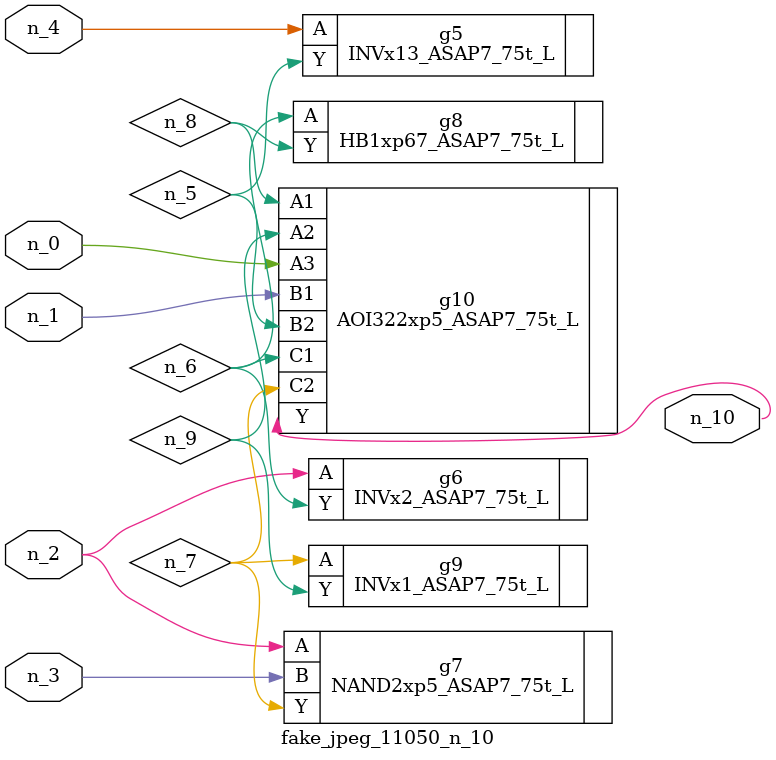
<source format=v>
module fake_jpeg_11050_n_10 (n_3, n_2, n_1, n_0, n_4, n_10);

input n_3;
input n_2;
input n_1;
input n_0;
input n_4;

output n_10;

wire n_8;
wire n_9;
wire n_6;
wire n_5;
wire n_7;

INVx13_ASAP7_75t_L g5 ( 
.A(n_4),
.Y(n_5)
);

INVx2_ASAP7_75t_L g6 ( 
.A(n_2),
.Y(n_6)
);

NAND2xp5_ASAP7_75t_L g7 ( 
.A(n_2),
.B(n_3),
.Y(n_7)
);

HB1xp67_ASAP7_75t_L g8 ( 
.A(n_6),
.Y(n_8)
);

AOI322xp5_ASAP7_75t_L g10 ( 
.A1(n_8),
.A2(n_9),
.A3(n_0),
.B1(n_1),
.B2(n_5),
.C1(n_6),
.C2(n_7),
.Y(n_10)
);

INVx1_ASAP7_75t_L g9 ( 
.A(n_7),
.Y(n_9)
);


endmodule
</source>
